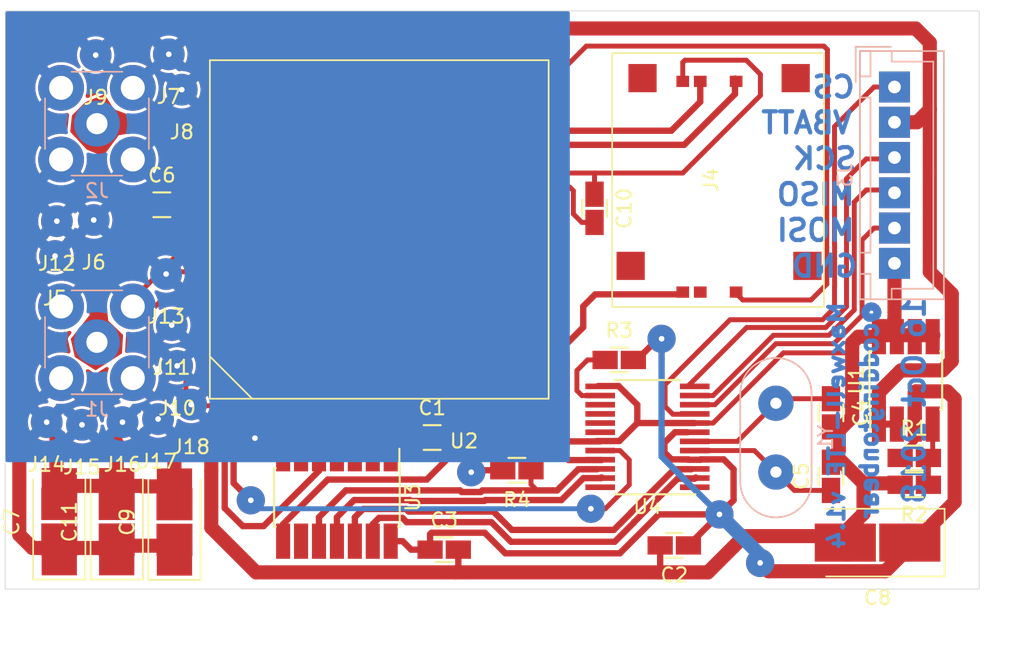
<source format=kicad_pcb>
(kicad_pcb (version 20221018) (generator pcbnew)
  (layers (0 "F.Cu" signal) (31 "B.Cu" signal) (34 "B.Paste" user) (35 "F.Paste" user) (36 "B.SilkS" user "B.Silkscreen") (37 "F.SilkS" user "F.Silkscreen") (38 "B.Mask" user) (39 "F.Mask" user) (44 "Edge.Cuts" user))
  (net 0 "")
  (net 1 "GND")
  (net 2 "+3V3")
  (net 3 "Net-(C4-Pad1)")
  (net 4 "Net-(C5-Pad1)")
  (net 5 "CS")
  (net 6 "+BATT")
  (net 7 "SCK")
  (net 8 "MISO")
  (net 9 "MOSI")
  (net 10 "Net-(J4-Pad7)")
  (net 11 "Net-(J4-Pad3)")
  (net 12 "Net-(J4-Pad2)")
  (net 13 "Net-(R1-Pad2)")
  (net 14 "Net-(R3-Pad1)")
  (net 15 "PWRKEY")
  (net 16 "/LTE_ANT")
  (net 17 "/GPS_ANT")
  (net 18 "/LTE_DI_L")
  (net 19 "/LTE_DO_L")
  (net 20 "/LTE_DTR_L")
  (net 21 "Net-(C10-Pad1)")
  (net 22 "EN_OUTPUT")
  (net 23 "+1V8")
  (net 24 "STATUS")
  (net 25 "/STATUS_H")
  (net 26 "/LTE_DTR_H")
  (net 27 "/LTE_DO_H")
  (net 28 "/LTE_DI_H")
  (footprint "coddingtonbear:0805_Milling" (layer "F.Cu") (at 135.4 97.9 180)
    (fp_text reference "C2")
    (fp_text value "0.1u")
  )
  (footprint "coddingtonbear:0805_Milling" (layer "F.Cu") (at 119.1 98.2)
    (fp_text reference "C3")
    (fp_text value "0.1u")
  )
  (footprint "coddingtonbear:0805_Milling" (layer "F.Cu") (at 146.5 88.5 -90)
    (fp_text reference "C4")
    (fp_text value "22p")
  )
  (footprint "coddingtonbear:0805_Milling" (layer "F.Cu") (at 146.5 93 90)
    (fp_text reference "C5")
    (fp_text value "22p")
  )
  (footprint "coddingtonbear:78800-0001" (layer "F.Cu") (at 139 72 -90)
    (fp_text reference "J4")
    (fp_text value "SIM_Card")
  )
  (footprint "coddingtonbear:0805_Milling" (layer "F.Cu") (at 152.4 91.7)
    (fp_text reference "R1")
    (fp_text value "R1")
  )
  (footprint "coddingtonbear:0805_Milling" (layer "F.Cu") (at 152.4 93.6 180)
    (fp_text reference "R2")
    (fp_text value "R2")
  )
  (footprint "coddingtonbear:0805_Milling" (layer "F.Cu") (at 131.5 84.75)
    (fp_text reference "R3")
    (fp_text value "1k")
  )
  (footprint "coddingtonbear:SOIC-8_3.9x4.9mm_P1.27mm_LargePads" (layer "F.Cu") (at 151.8 86.2 90)
    (fp_text reference "U1")
    (fp_text value "MIC5209-ADJ")
  )
  (footprint "coddingtonbear:SOIC-14_3.9x8.7mm_P1.27mm_LargePads" (layer "F.Cu") (at 111.5 94.5 -90)
    (fp_text reference "U3")
    (fp_text value "TXB0104D")
  )
  (footprint "coddingtonbear:TSSOP-24_4.4x7.8mm_P0.65mm_LargePads" (layer "F.Cu") (at 133.5 90.2 180)
    (fp_text reference "U4")
    (fp_text value "SC16IS750IPW")
  )
  (footprint "coddingtonbear:SIM7000" (layer "F.Cu") (at 114.5 75.5)
    (fp_text reference "U2")
    (fp_text value "SIM7000A")
  )
  (footprint "coddingtonbear:0805_Milling" (layer "F.Cu") (at 99.1 73.75)
    (fp_text reference "C6")
    (fp_text value "0.1u")
  )
  (footprint "coddingtonbear:0805_Milling" (layer "F.Cu") (at 129.75 74 -90)
    (fp_text reference "C10")
    (fp_text value "0.1u")
  )
  (footprint "coddingtonbear:CP_Tantalum_Case-C_EIA-6032-28_Milling" (layer "F.Cu") (at 91.83 96.22 90)
    (fp_text reference "C7")
    (fp_text value "220u / TAJC227K006RNJ")
  )
  (footprint "coddingtonbear:0805_Milling" (layer "F.Cu") (at 118.25 90.25)
    (fp_text reference "C1")
    (fp_text value "0.1u")
  )
  (footprint "coddingtonbear:CP_Tantalum_Case-D_EIA-7343-31_Milling" (layer "F.Cu") (at 149.8 97.7 180)
    (fp_text reference "C8")
    (fp_text value "100u / NTC-T107K10TRDF")
  )
  (footprint "coddingtonbear:0805_Milling" (layer "F.Cu") (at 124.25 92.57 180)
    (fp_text reference "R4")
    (fp_text value "10k")
  )
  (footprint "coddingtonbear:CP_Tantalum_Case-C_EIA-6032-28_Milling" (layer "F.Cu") (at 99.99 96.24 90)
    (fp_text reference "C9")
    (fp_text value "220u / TAJC227K006RNJ")
  )
  (footprint "coddingtonbear:CP_Tantalum_Case-C_EIA-6032-28_Milling" (layer "F.Cu") (at 95.9 96.22 90)
    (fp_text reference "C11")
    (fp_text value "220u / TAJC227K006RNJ")
  )
  (footprint "coddingtonbear:Thermal_Relief_Via_Milling" (layer "F.Cu") (at 91.53 77.38)
    (fp_text reference "J5")
    (fp_text value "Stitching")
  )
  (footprint "coddingtonbear:Thermal_Relief_Via_Milling" (layer "F.Cu") (at 94.27 74.83)
    (fp_text reference "J6")
    (fp_text value "Stitching")
  )
  (footprint "coddingtonbear:Thermal_Relief_Via_Milling" (layer "F.Cu") (at 99.59 63.08)
    (fp_text reference "J7")
    (fp_text value "Stitching")
  )
  (footprint "coddingtonbear:Thermal_Relief_Via_Milling" (layer "F.Cu") (at 100.51 65.59)
    (fp_text reference "J8")
    (fp_text value "Stitching")
  )
  (footprint "coddingtonbear:Thermal_Relief_Via_Milling" (layer "F.Cu") (at 94.41 63.14)
    (fp_text reference "J9")
    (fp_text value "Stitching")
  )
  (footprint "coddingtonbear:Thermal_Relief_Via_Milling" (layer "F.Cu") (at 100.18 85.17)
    (fp_text reference "J10")
    (fp_text value "Stitching")
  )
  (footprint "coddingtonbear:Thermal_Relief_Via_Milling" (layer "F.Cu") (at 99.8 82.28)
    (fp_text reference "J11")
    (fp_text value "Stitching")
  )
  (footprint "coddingtonbear:Thermal_Relief_Via_Milling" (layer "F.Cu") (at 91.66 74.91)
    (fp_text reference "J12")
    (fp_text value "Stitching")
  )
  (footprint "coddingtonbear:Thermal_Relief_Via_Milling" (layer "F.Cu") (at 99.4 78.66)
    (fp_text reference "J13")
    (fp_text value "Stitching")
  )
  (footprint "coddingtonbear:Thermal_Relief_Via_Milling" (layer "F.Cu") (at 90.94 89.16)
    (fp_text reference "J14")
    (fp_text value "Stiching")
  )
  (footprint "coddingtonbear:Thermal_Relief_Via_Milling" (layer "F.Cu") (at 93.44 89.35)
    (fp_text reference "J15")
    (fp_text value "Stitching")
  )
  (footprint "coddingtonbear:Thermal_Relief_Via_Milling" (layer "F.Cu") (at 96.31 89.16)
    (fp_text reference "J16")
    (fp_text value "Stitching")
  )
  (footprint "coddingtonbear:Thermal_Relief_Via_Milling" (layer "F.Cu") (at 98.83 88.94)
    (fp_text reference "J17")
    (fp_text value "Stitching")
  )
  (footprint "coddingtonbear:Thermal_Relief_Via_Milling" (layer "F.Cu") (at 101.17 87.91)
    (fp_text reference "J18")
    (fp_text value "Stitching")
  )
  (footprint "coddingtonbear:SMA_Amphenol_132134_Vertical_Largepads" (layer "B.Cu") (at 94.5 83.5)
    (fp_text reference "J1")
    (fp_text value "LTE")
  )
  (footprint "coddingtonbear:SMA_Amphenol_132134_Vertical_Largepads" (layer "B.Cu") (at 94.5 68)
    (fp_text reference "J2")
    (fp_text value "GPS")
  )
  (footprint "coddingtonbear:JST_XH_B06B-XH-A_06x2.50mm_Straight_LargePads" (layer "B.Cu") (at 151 65.4 -90)
    (fp_text reference "J3")
    (fp_text value "Input")
  )
  (footprint "coddingtonbear:Crystal_HC49-U_Vertical_LargePads" (layer "B.Cu") (at 142.6 92.7 90)
    (fp_text reference "Y1")
    (fp_text value "Crystal")
  )
  (gr_poly (pts (xy 101.25 75.25) (xy 97.6 74.7) (xy 97.8 77.6) (xy 101.25 75.75)) (stroke (width 0.15)) (fill solid) (layer "F.Cu"))
  (gr_poly (pts (xy 95.925 79.1) (xy 97.8 77.6) (xy 97.5 74.75) (xy 95.25 75.75) (xy 94 77.25) (xy 93.25 78.25) (xy 93.5 79.25)) (stroke (width 0.1)) (fill solid) (layer "F.Cu"))
  (gr_poly (pts (xy 92.68125 68.55) (xy 93.81875 69.775) (xy 94.9125 70.225) (xy 96 68.75) (xy 97.5 68.5) (xy 99.25 69.75) (xy 99.7 69.8) (xy 101.2 68.8) (xy 101.2 68.2) (xy 99.7875 67.075) (xy 98.5625 66.984375) (xy 96.9375 67.515625) (xy 95.6625 67.0375) (xy 95 66) (xy 93.7 66.55) (xy 92.8 67.45)) (stroke (width 0.15)) (fill solid) (layer "F.Cu"))
  (gr_poly (pts (xy 93.5 79.25) (xy 94.0625 81.5875) (xy 92.725 83.275) (xy 93 84.5) (xy 94.4 85.4) (xy 96.2 84.25) (xy 96.275 83) (xy 95.225 82) (xy 95.075 80.4) (xy 95.925 79.1)) (stroke (width 0.15)) (fill solid) (layer "F.Cu"))
  (gr_line (start 157 99) (end 157 101) (stroke (width 0.05)) (layer "Edge.Cuts"))
  (gr_line (start 157 101) (end 134 101) (stroke (width 0.05)) (layer "Edge.Cuts"))
  (gr_line (start 134 101) (end 88 101) (stroke (width 0.05)) (layer "Edge.Cuts"))
  (gr_line (start 157 60) (end 88 60) (stroke (width 0.05)) (layer "Edge.Cuts"))
  (gr_line (start 157 99) (end 157 60) (stroke (width 0.05)) (layer "Edge.Cuts"))
  (gr_line (start 88 60) (end 88 99) (stroke (width 0.05)) (layer "Edge.Cuts"))
  (gr_line (start 88 101) (end 88 99) (stroke (width 0.05)) (layer "Edge.Cuts"))
  (gr_text "CS" (at 146.685 65.405) (layer "B.Cu") (effects (font (size 1.5 1.5) (thickness 0.3)) (justify mirror)))
  (gr_text "16 Oct 2018" (at 152.4 87.63 90) (layer "B.Cu") (effects (font (size 1.5 1.5) (thickness 0.3)) (justify mirror)))
  (gr_text "GND" (at 146.05 78.105) (layer "B.Cu") (effects (font (size 1.5 1.5) (thickness 0.3)) (justify mirror)))
  (gr_text "Maxwell-LTE v1.4" (at 146.9 89.4 90) (layer "B.Cu") (effects (font (size 1.1 1.3) (thickness 0.275)) (justify mirror)))
  (gr_text "MOSI" (at 145.415 75.565) (layer "B.Cu") (effects (font (size 1.5 1.5) (thickness 0.3)) (justify mirror)))
  (gr_text "@coddingtonbear" (at 149.225 88.265 90) (layer "B.Cu") (effects (font (size 1.2 1.2) (thickness 0.3)) (justify mirror)))
  (gr_text "VBATT" (at 144.78 67.945) (layer "B.Cu") (effects (font (size 1.5 1.5) (thickness 0.3)) (justify mirror)))
  (gr_text "MISO" (at 145.415 73.025) (layer "B.Cu") (effects (font (size 1.5 1.5) (thickness 0.3)) (justify mirror)))
  (gr_text "SCK" (at 146.05 70.485) (layer "B.Cu") (effects (font (size 1.5 1.5) (thickness 0.3)) (justify mirror)))
  (segment (start 99.25 75.75) (end 98.25 75.75) (width 0.5) (layer "F.Cu") (net 0))
  (segment (start 98.8 78.7) (end 97 80.5) (width 0.35) (layer "F.Cu") (net 1))
  (segment (start 99.8 80.5) (end 101 80.5) (width 0.35) (layer "F.Cu") (net 1))
  (segment (start 100.8 87) (end 100.8 86.3) (width 0.35) (layer "F.Cu") (net 1))
  (segment (start 101 80.5) (end 102.9 80.5) (width 0.35) (layer "F.Cu") (net 1))
  (segment (start 131.504002 90.5) (end 129.9 90.5) (width 0.45) (layer "F.Cu") (net 1))
  (segment (start 136.85 89.225) (end 132.779002 89.225) (width 0.45) (layer "F.Cu") (net 1))
  (segment (start 99.09099 80.5) (end 99.8 80.5) (width 0.35) (layer "F.Cu") (net 1))
  (segment (start 100 78.5) (end 105.5 78.5) (width 0.35) (layer "F.Cu") (net 1))
  (segment (start 148.805002 93.5) (end 148.805002 94.5) (width 1) (layer "F.Cu") (net 1))
  (segment (start 143.125 84.25) (end 148 84.25) (width 0.35) (layer "F.Cu") (net 1))
  (segment (start 132.779002 87.925) (end 131.454002 86.6) (width 0.45) (layer "F.Cu") (net 1))
  (segment (start 128.949999 82.429003) (end 128.949999 80.950001) (width 0.45) (layer "F.Cu") (net 1))
  (segment (start 107.69 91.4) (end 106.587955 91.4) (width 0.45) (layer "F.Cu") (net 1))
  (segment (start 121.153331 92.57) (end 121.01332 92.710011) (width 0.45) (layer "F.Cu") (net 1))
  (segment (start 140.350002 97.239998) (end 137.779987 99.810013) (width 1) (layer "F.Cu") (net 1))
  (segment (start 106.587955 91.4) (end 106.586071 91.398116) (width 0.45) (layer "F.Cu") (net 1))
  (segment (start 126.5 83.5) (end 127.879002 83.5) (width 0.45) (layer "F.Cu") (net 1))
  (segment (start 146.38 97.7) (end 145.919998 97.239998) (width 1) (layer "F.Cu") (net 1))
  (segment (start 130.15 90.525) (end 127.825 90.525) (width 0.45) (layer "F.Cu") (net 1))
  (segment (start 148.805002 94.5) (end 148.805002 95.644998) (width 1) (layer "F.Cu") (net 1))
  (segment (start 148.805002 95.644998) (end 146.81 97.64) (width 1) (layer "F.Cu") (net 1))
  (segment (start 148 84.25) (end 148 88.805002) (width 1) (layer "F.Cu") (net 1))
  (segment (start 97.04 80.96) (end 98.63099 80.96) (width 0.35) (layer "F.Cu") (net 1))
  (segment (start 101 69.5) (end 99.5 71) (width 0.35) (layer "F.Cu") (net 1))
  (segment (start 102.5 76.5) (end 101 76.5) (width 0.35) (layer "F.Cu") (net 1))
  (segment (start 95.9 91.42) (end 95.88 91.4) (width 1) (layer "F.Cu") (net 1))
  (segment (start 128.949999 80.950001) (end 129.8 80.1) (width 0.45) (layer "F.Cu") (net 1))
  (segment (start 149.895 83.1) (end 148.437452 83.1) (width 1) (layer "F.Cu") (net 1))
  (segment (start 127.879002 83.5) (end 128.949999 82.429003) (width 0.45) (layer "F.Cu") (net 1))
  (segment (start 106.687955 91.5) (end 106.586071 91.398116) (width 0.35) (layer "F.Cu") (net 1))
  (segment (start 148 88.805002) (end 147.055002 89.75) (width 1) (layer "F.Cu") (net 1))
  (segment (start 137.779987 99.810013) (end 134.3 99.810013) (width 1) (layer "F.Cu") (net 1))
  (segment (start 102.5 79.5) (end 106 79.5) (width 0.35) (layer "F.Cu") (net 1))
  (segment (start 105.5 77.5) (end 102.5 77.5) (width 0.35) (layer "F.Cu") (net 1))
  (segment (start 99.5 78) (end 100 78.5) (width 0.35) (layer "F.Cu") (net 1))
  (segment (start 102.5 77.5) (end 100 77.5) (width 0.35) (layer "F.Cu") (net 1))
  (segment (start 97.74 93.715) (end 97.705 93.68) (width 1) (layer "F.Cu") (net 1))
  (segment (start 119.9 99.810013) (end 105.770013 99.810013) (width 1) (layer "F.Cu") (net 1))
  (segment (start 151 82) (end 150 83) (width 1) (layer "F.Cu") (net 1))
  (segment (start 99.99 93.715) (end 97.74 93.715) (width 1) (layer "F.Cu") (net 1))
  (segment (start 97.705 93.68) (end 96.01 93.68) (width 1) (layer "F.Cu") (net 1))
  (segment (start 95.9 93.695) (end 95.9 91.42) (width 1) (layer "F.Cu") (net 1))
  (segment (start 120.1 98.2) (end 120.1 99.610013) (width 0.45) (layer "F.Cu") (net 1))
  (segment (start 145.919998 97.239998) (end 140.350002 97.239998) (width 1) (layer "F.Cu") (net 1))
  (segment (start 105.770013 99.810013) (end 102.6 96.64) (width 1) (layer "F.Cu") (net 1))
  (segment (start 128 72.5) (end 128.25 72.75) (width 0.35) (layer "F.Cu") (net 1))
  (segment (start 138.15 89.225) (end 143.125 84.25) (width 0.35) (layer "F.Cu") (net 1))
  (segment (start 99.99 93.715) (end 99.99 91.44) (width 1) (layer "F.Cu") (net 1))
  (segment (start 148.437452 83.1) (end 148 83.537452) (width 1) (layer "F.Cu") (net 1))
  (segment (start 102.6 96.64) (end 102.6 92.6) (width 1) (layer "F.Cu") (net 1))
  (segment (start 99.99 91.44) (end 99.97 91.42) (width 1) (layer "F.Cu") (net 1))
  (segment (start 96.01 93.68) (end 91.57 93.68) (width 1) (layer "F.Cu") (net 1))
  (segment (start 147.055002 89.75) (end 147.055002 91.194998) (width 1) (layer "F.Cu") (net 1))
  (segment (start 151 80) (end 151 82) (width 1) (layer "F.Cu") (net 1))
  (segment (start 134.4 97.9) (end 134.4 99.710013) (width 0.45) (layer "F.Cu") (net 1))
  (segment (start 100.1 73.5) (end 102.5 73.5) (width 0.35) (layer "F.Cu") (net 1))
  (segment (start 101.799999 87.999999) (end 102.700001 87.999999) (width 0.35) (layer "F.Cu") (net 1))
  (segment (start 126.5 72.5) (end 128 72.5) (width 0.35) (layer "F.Cu") (net 1))
  (segment (start 106.586071 91.398116) (end 106.675226 91.308961) (width 0.45) (layer "F.Cu") (net 1))
  (segment (start 101 76.5) (end 98.8 78.7) (width 0.35) (layer "F.Cu") (net 1))
  (segment (start 151.165 77.865) (end 151 77.7) (width 0.35) (layer "F.Cu") (net 1))
  (segment (start 134.4 99.710013) (end 134.3 99.810013) (width 0.45) (layer "F.Cu") (net 1))
  (segment (start 102.6 92.6) (end 102.6 91.01) (width 1) (layer "F.Cu") (net 1))
  (segment (start 102.5 79.5) (end 100 79.5) (width 0.35) (layer "F.Cu") (net 1))
  (segment (start 107.6 91.5) (end 106.687955 91.5) (width 0.35) (layer "F.Cu") (net 1))
  (segment (start 91.96 86.06) (end 92 86.1) (width 0.35) (layer "F.Cu") (net 1))
  (segment (start 100.8 87) (end 101.799999 87.999999) (width 0.35) (layer "F.Cu") (net 1))
  (segment (start 100 77.5) (end 99.5 78) (width 0.35) (layer "F.Cu") (net 1))
  (segment (start 91.63 93.48) (end 91.63 90.27) (width 1) (layer "F.Cu") (net 1))
  (segment (start 91.57 93.68) (end 91.5 93.61) (width 1) (layer "F.Cu") (net 1))
  (segment (start 95.88 91.4) (end 95.88 90.61) (width 1) (layer "F.Cu") (net 1))
  (segment (start 132.779002 89.225) (end 132.779002 87.925) (width 0.45) (layer "F.Cu") (net 1))
  (segment (start 106.675226 91.276681) (end 105.692321 90.293776) (width 0.45) (layer "F.Cu") (net 1))
  (segment (start 146.5 91.75) (end 147.055002 91.75) (width 1) (layer "F.Cu") (net 1))
  (segment (start 148.53 97.7) (end 146.38 97.7) (width 1) (layer "F.Cu") (net 1))
  (segment (start 136.35 89.225) (end 137.15 89.225) (width 0.35) (layer "F.Cu") (net 1))
  (segment (start 98.63099 80.96) (end 99.09099 80.5) (width 0.35) (layer "F.Cu") (net 1))
  (segment (start 127.5 90.25) (end 127.75 90.5) (width 0.35) (layer "F.Cu") (net 1))
  (segment (start 120.1 99.610013) (end 119.9 99.810013) (width 0.45) (layer "F.Cu") (net 1))
  (segment (start 128.85 75) (end 129.75 75) (width 0.35) (layer "F.Cu") (net 1))
  (segment (start 99.97 91.42) (end 99.97 90.58) (width 1) (layer "F.Cu") (net 1))
  (segment (start 102.5 73.5) (end 102.6 73.5) (width 0.35) (layer "F.Cu") (net 1))
  (segment (start 146.625 97.7) (end 148.38 97.7) (width 1) (layer "F.Cu") (net 1))
  (segment (start 147.055002 91.75) (end 148.805002 93.5) (width 1) (layer "F.Cu") (net 1))
  (segment (start 102.6 91.01) (end 102.06 90.47) (width 1) (layer "F.Cu") (net 1))
  (segment (start 148.38 97.7) (end 148.4 97.72) (width 1) (layer "F.Cu") (net 1))
  (segment (start 132.779002 89.225) (end 131.504002 90.5) (width 0.45) (layer "F.Cu") (net 1))
  (segment (start 97 80.5) (end 97 81.1) (width 0.35) (layer "F.Cu") (net 1))
  (segment (start 150 83) (end 153.75 83) (width 1) (layer "F.Cu") (net 1))
  (segment (start 119.25 90.25) (end 127.5 90.25) (width 0.35) (layer "F.Cu") (net 1))
  (segment (start 102.700001 87.999999) (end 102.8 87.9) (width 0.35) (layer "F.Cu") (net 1))
  (segment (start 128.25 74.4) (end 128.85 75) (width 0.35) (layer "F.Cu") (net 1))
  (segment (start 127.825 90.525) (end 127.8 90.5) (width 0.45) (layer "F.Cu") (net 1))
  (segment (start 105.3 90.7) (end 105.692321 90.307679) (width 0.35) (layer "F.Cu") (net 1))
  (segment (start 151 77.9) (end 151 80) (width 1) (layer "F.Cu") (net 1))
  (segment (start 134.3 99.810013) (end 119.9 99.810013) (width 1) (layer "F.Cu") (net 1))
  (segment (start 102.5 69.5) (end 101 69.5) (width 0.35) (layer "F.Cu") (net 1))
  (segment (start 136.85 89.225) (end 138.15 89.225) (width 0.35) (layer "F.Cu") (net 1))
  (segment (start 105.692321 90.307679) (end 105.692321 90.293776) (width 0.35) (layer "F.Cu") (net 1))
  (segment (start 129.8 80.1) (end 136.1 80.1) (width 0.45) (layer "F.Cu") (net 1))
  (segment (start 105.5 78.5) (end 105.5 77.5) (width 0.35) (layer "F.Cu") (net 1))
  (segment (start 91.5 93.61) (end 91.63 93.48) (width 1) (layer "F.Cu") (net 1))
  (segment (start 123.25 92.57) (end 121.153331 92.57) (width 0.45) (layer "F.Cu") (net 1))
  (segment (start 148.805002 93.5) (end 151.5 93.5) (width 1) (layer "F.Cu") (net 1))
  (segment (start 131.454002 86.6) (end 130 86.6) (width 0.45) (layer "F.Cu") (net 1))
  (segment (start 148 83.537452) (end 148 84.25) (width 1) (layer "F.Cu") (net 1))
  (segment (start 106.675226 91.308961) (end 106.675226 91.276681) (width 0.45) (layer "F.Cu") (net 1))
  (segment (start 128.25 72.75) (end 128.25 74.4) (width 0.35) (layer "F.Cu") (net 1))
  (segment (start 147.055002 91.194998) (end 146.5 91.75) (width 1) (layer "F.Cu") (net 1))
  (via (at 121.01332 92.710011) (size 2) (drill 0.4) (layers "F.Cu" "B.Cu") (net 1))
  (via (at 105.692321 90.293776) (size 2) (drill 0.4) (layers "F.Cu" "B.Cu") (net 1))
  (segment (start 121.01332 91.295798) (end 121.01332 92.710011) (width 0.45) (layer "B.Cu") (net 1))
  (segment (start 105.3 90.7) (end 103.399999 90.699999) (width 0.35) (layer "B.Cu") (net 1))
  (segment (start 102.8 89.314213) (end 102.8 87.9) (width 0.35) (layer "B.Cu") (net 1))
  (segment (start 102.8 90.1) (end 102.8 89.314213) (width 0.35) (layer "B.Cu") (net 1))
  (segment (start 120.97 90.72) (end 121.01332 90.76332) (width 0.45) (layer "B.Cu") (net 1))
  (segment (start 103.399999 90.699999) (end 102.8 90.1) (width 0.35) (layer "B.Cu") (net 1))
  (segment (start 121.01332 90.76332) (end 121.01332 91.295798) (width 0.45) (layer "B.Cu") (net 1))
  (segment (start 116.755 98.2) (end 116.155 97.6) (width 0.45) (layer "F.Cu") (net 2))
  (segment (start 118.1 98.2) (end 116.755 98.2) (width 0.45) (layer "F.Cu") (net 2))
  (segment (start 136.4 97.9) (end 138.6 95.7) (width 0.45) (layer "F.Cu") (net 2))
  (segment (start 123.43 98.46) (end 131.54 98.46) (width 0.45) (layer "F.Cu") (net 2))
  (segment (start 135.2 91.8) (end 136.4 91.8) (width 0.45) (layer "F.Cu") (net 2))
  (segment (start 134.7 91.3) (end 135.2 91.8) (width 0.45) (layer "F.Cu") (net 2))
  (segment (start 155.26 87.51) (end 155.26 94.82) (width 1) (layer "F.Cu") (net 2))
  (segment (start 121.97 97) (end 123.43 98.46) (width 0.45) (layer "F.Cu") (net 2))
  (segment (start 142.070001 99.730001) (end 141.48 99.14) (width 1) (layer "F.Cu") (net 2))
  (segment (start 153.3 97.62) (end 153.3 97.61) (width 1) (layer "F.Cu") (net 2))
  (segment (start 137.275 91.8) (end 137.25 91.825) (width 0.45) (layer "F.Cu") (net 2))
  (segment (start 134.3 95.7) (end 138.6 95.7) (width 0.45) (layer "F.Cu") (net 2))
  (segment (start 152.435 90.509002) (end 151.244002 91.7) (width 0.45) (layer "F.Cu") (net 2))
  (segment (start 134.7 90.625) (end 134.7 91.3) (width 0.45) (layer "F.Cu") (net 2))
  (segment (start 139.599999 92.499999) (end 138.9 91.8) (width 0.45) (layer "F.Cu") (net 2))
  (segment (start 153.22 97.7) (end 153.3 97.62) (width 1) (layer "F.Cu") (net 2))
  (segment (start 152.435 89.3) (end 152.435 90.509002) (width 0.45) (layer "F.Cu") (net 2))
  (segment (start 152.23 97.85) (end 150.349999 99.730001) (width 1) (layer "F.Cu") (net 2))
  (segment (start 131.54 98.46) (end 134.3 95.7) (width 0.45) (layer "F.Cu") (net 2))
  (segment (start 118.1 98.2) (end 118.1 97.1) (width 0.45) (layer "F.Cu") (net 2))
  (segment (start 116.155 97.6) (end 115.4 97.6) (width 0.45) (layer "F.Cu") (net 2))
  (segment (start 154.73 86.98) (end 155.26 87.51) (width 1) (layer "F.Cu") (net 2))
  (segment (start 152.435 89.3) (end 152.435 87.05) (width 1) (layer "F.Cu") (net 2))
  (segment (start 137.25 91.825) (end 136.35 91.825) (width 0.45) (layer "F.Cu") (net 2))
  (segment (start 152.435 87.05) (end 152.505 86.98) (width 1) (layer "F.Cu") (net 2))
  (segment (start 151.07 97.7) (end 153.22 97.7) (width 1) (layer "F.Cu") (net 2))
  (segment (start 118.2 97) (end 121.97 97) (width 0.45) (layer "F.Cu") (net 2))
  (segment (start 138 95.7) (end 138.6 95.7) (width 0.45) (layer "F.Cu") (net 2))
  (segment (start 136.35 89.875) (end 135.45 89.875) (width 0.45) (layer "F.Cu") (net 2))
  (segment (start 135.45 89.875) (end 134.7 90.625) (width 0.45) (layer "F.Cu") (net 2))
  (segment (start 132.745 84.75) (end 134.245 83.25) (width 0.45) (layer "F.Cu") (net 2))
  (segment (start 138.9 91.8) (end 137.275 91.8) (width 0.45) (layer "F.Cu") (net 2))
  (segment (start 152.505 86.98) (end 154.73 86.98) (width 1) (layer "F.Cu") (net 2))
  (segment (start 139.599999 94.700001) (end 139.599999 92.499999) (width 0.45) (layer "F.Cu") (net 2))
  (segment (start 132.5 84.75) (end 132.745 84.75) (width 0.45) (layer "F.Cu") (net 2))
  (segment (start 151.244002 91.7) (end 151.2 91.7) (width 0.45) (layer "F.Cu") (net 2))
  (segment (start 155.26 94.82) (end 152.23 97.85) (width 1) (layer "F.Cu") (net 2))
  (segment (start 138.6 95.7) (end 139.599999 94.700001) (width 0.45) (layer "F.Cu") (net 2))
  (segment (start 134.245 83.25) (end 134.500004 83.25) (width 0.45) (layer "F.Cu") (net 2))
  (segment (start 150.349999 99.730001) (end 142.070001 99.730001) (width 1) (layer "F.Cu") (net 2))
  (segment (start 118.1 97.1) (end 118.2 97) (width 0.45) (layer "F.Cu") (net 2))
  (via (at 138.6 95.7) (size 2) (drill 0.4) (layers "F.Cu" "B.Cu") (net 2))
  (via (at 141.48 99.14) (size 2) (drill 0.4) (layers "F.Cu" "B.Cu") (net 2))
  (via (at 134.500004 83.25) (size 2) (drill 0.4) (layers "F.Cu" "B.Cu") (net 2))
  (segment (start 134.500004 84.664213) (end 134.500004 83.25) (width 0.45) (layer "B.Cu") (net 2))
  (segment (start 138.6 95.7) (end 134.500004 91.600004) (width 0.45) (layer "B.Cu") (net 2))
  (segment (start 141.48 99.14) (end 141.48 98.58) (width 1) (layer "B.Cu") (net 2))
  (segment (start 141.48 98.58) (end 138.6 95.7) (width 1) (layer "B.Cu") (net 2))
  (segment (start 134.500004 91.600004) (end 134.500004 84.664213) (width 0.45) (layer "B.Cu") (net 2))
  (segment (start 142.5 87.9) (end 142.6 87.8) (width 0.35) (layer "F.Cu") (net 3))
  (segment (start 143.1 87.5) (end 142.7 87.9) (width 0.35) (layer "F.Cu") (net 3))
  (segment (start 136.35 90.525) (end 139.875 90.525) (width 0.35) (layer "F.Cu") (net 3))
  (segment (start 139.875 90.525) (end 142.5 87.9) (width 0.35) (layer "F.Cu") (net 3))
  (segment (start 146.5 87.5) (end 143.1 87.5) (width 0.35) (layer "F.Cu") (net 3))
  (segment (start 142.6 87.8) (end 142.5 87.8) (width 0.35) (layer "F.Cu") (net 3))
  (segment (start 143.9 94) (end 142.6 92.7) (width 0.35) (layer "F.Cu") (net 4))
  (segment (start 146.5 94) (end 143.9 94) (width 0.35) (layer "F.Cu") (net 4))
  (segment (start 141.075 91.175) (end 142.6 92.7) (width 0.35) (layer "F.Cu") (net 4))
  (segment (start 136.35 91.175) (end 141.075 91.175) (width 0.35) (layer "F.Cu") (net 4))
  (segment (start 134.75 86.5) (end 134.75 88.05) (width 0.35) (layer "F.Cu") (net 5))
  (segment (start 149.55 65.4) (end 146.75 68.2) (width 0.35) (layer "F.Cu") (net 5))
  (segment (start 146.75 76.547165) (end 146.755012 76.552177) (width 0.35) (layer "F.Cu") (net 5))
  (segment (start 146.755012 79.607823) (end 146.75 79.612835) (width 0.35) (layer "F.Cu") (net 5))
  (segment (start 146.75 68.2) (end 146.75 76.547165) (width 0.35) (layer "F.Cu") (net 5))
  (segment (start 145.9 81.9) (end 139.35 81.9) (width 0.35) (layer "F.Cu") (net 5))
  (segment (start 151 65.4) (end 149.55 65.4) (width 0.35) (layer "F.Cu") (net 5))
  (segment (start 135.3 88.6) (end 136.3 88.6) (width 0.35) (layer "F.Cu") (net 5))
  (segment (start 139.35 81.9) (end 134.75 86.5) (width 0.35) (layer "F.Cu") (net 5))
  (segment (start 134.75 88.05) (end 135.3 88.6) (width 0.35) (layer "F.Cu") (net 5))
  (segment (start 146.755012 76.552177) (end 146.755012 79.607823) (width 0.35) (layer "F.Cu") (net 5))
  (segment (start 146.75 81.05) (end 145.9 81.9) (width 0.35) (layer "F.Cu") (net 5))
  (segment (start 146.75 79.612835) (end 146.75 81.05) (width 0.35) (layer "F.Cu") (net 5))
  (segment (start 153.5 67) (end 152.6 67.9) (width 1) (layer "F.Cu") (net 6))
  (segment (start 92.14 98.08) (end 95.86 98.08) (width 1) (layer "F.Cu") (net 6))
  (segment (start 102.5 71.5) (end 100.25 71.5) (width 1) (layer "F.Cu") (net 6))
  (segment (start 102.5 72.5) (end 102.5 71.6) (width 0.45) (layer "F.Cu") (net 6))
  (segment (start 150.915 89.32) (end 151.31 89.32) (width 0.5) (layer "F.Cu") (net 6))
  (segment (start 149.895 87.05) (end 151.455 85.49) (width 1) (layer "F.Cu") (net 6))
  (segment (start 150.895 89.3) (end 150.915 89.32) (width 0.5) (layer "F.Cu") (net 6))
  (segment (start 98 73.5) (end 96.558998 73.5) (width 1) (layer "F.Cu") (net 6))
  (segment (start 98.021002 73) (end 98.021002 73.478998) (width 1) (layer "F.Cu") (net 6))
  (segment (start 90.25 73) (end 90 73) (width 1) (layer "F.Cu") (net 6))
  (segment (start 149.895 89.3) (end 149.895 87.05) (width 1) (layer "F.Cu") (net 6))
  (segment (start 152.6 67.9) (end 150.8 67.9) (width 0.45) (layer "F.Cu") (net 6))
  (segment (start 100.25 71.5) (end 99.350001 72.399999) (width 1) (layer "F.Cu") (net 6))
  (segment (start 95.97 97.97) (end 96.02 97.92) (width 1) (layer "F.Cu") (net 6))
  (segment (start 152.5 61.25) (end 153.5 62.25) (width 1) (layer "F.Cu") (net 6))
  (segment (start 96.02 97.92) (end 100.03 97.92) (width 1) (layer "F.Cu") (net 6))
  (segment (start 154.4 85.49) (end 155.06 84.83) (width 1) (layer "F.Cu") (net 6))
  (segment (start 102.5 70.5) (end 102.5 71.5) (width 0.45) (layer "F.Cu") (net 6))
  (segment (start 155.06 80.07) (end 153.5 78.51) (width 1) (layer "F.Cu") (net 6))
  (segment (start 89 74) (end 89 97.15) (width 1) (layer "F.Cu") (net 6))
  (segment (start 153.5 78.51) (end 153.5 67) (width 1) (layer "F.Cu") (net 6))
  (segment (start 89 97.15) (end 89.93 98.08) (width 1) (layer "F.Cu") (net 6))
  (segment (start 153.5 62.25) (end 153.5 67) (width 1) (layer "F.Cu") (net 6))
  (segment (start 99.350001 72.399999) (end 98.621003 72.399999) (width 1) (layer "F.Cu") (net 6))
  (segment (start 98.621003 72.399999) (end 98.021002 73) (width 1) (layer "F.Cu") (net 6))
  (segment (start 151 67.9) (end 152.6 67.9) (width 1) (layer "F.Cu") (net 6))
  (segment (start 155.06 84.83) (end 155.06 80.07) (width 1) (layer "F.Cu") (net 6))
  (segment (start 96.058998 73) (end 90.25 73) (width 1) (layer "F.Cu") (net 6))
  (segment (start 88.75 71.5) (end 88.75 63) (width 1) (layer "F.Cu") (net 6))
  (segment (start 149.895 89.3) (end 150.895 89.3) (width 0.5) (layer "F.Cu") (net 6))
  (segment (start 90.5 61.25) (end 152.5 61.25) (width 1) (layer "F.Cu") (net 6))
  (segment (start 96.558998 73.5) (end 96.058998 73) (width 1) (layer "F.Cu") (net 6))
  (segment (start 90.25 73) (end 88.75 71.5) (width 1) (layer "F.Cu") (net 6))
  (segment (start 90 73) (end 89 74) (width 1) (layer "F.Cu") (net 6))
  (segment (start 151.455 85.49) (end 154.4 85.49) (width 1) (layer "F.Cu") (net 6))
  (segment (start 88.75 63) (end 90.5 61.25) (width 1) (layer "F.Cu") (net 6))
  (segment (start 95.86 98.08) (end 95.97 97.97) (width 1) (layer "F.Cu") (net 6))
  (segment (start 98.021002 73.478998) (end 98 73.5) (width 1) (layer "F.Cu") (net 6))
  (segment (start 89.93 98.08) (end 92.14 98.08) (width 1) (layer "F.Cu") (net 6))
  (segment (start 149 70.5) (end 151.1 70.5) (width 0.35) (layer "F.Cu") (net 7))
  (segment (start 147.600022 80.977811) (end 147.600022 71.899978) (width 0.35) (layer "F.Cu") (net 7))
  (segment (start 147.600022 71.899978) (end 149 70.5) (width 0.35) (layer "F.Cu") (net 7))
  (segment (start 136.35 86.625) (end 140.524989 82.450011) (width 0.35) (layer "F.Cu") (net 7))
  (segment (start 140.524989 82.450011) (end 146.127822 82.450011) (width 0.35) (layer "F.Cu") (net 7))
  (segment (start 146.127822 82.450011) (end 147.600022 80.977811) (width 0.35) (layer "F.Cu") (net 7))
  (segment (start 138.15 87.275) (end 142.424978 83.000022) (width 0.35) (layer "F.Cu") (net 8))
  (segment (start 148.150033 81.205633) (end 148.150033 73.549967) (width 0.35) (layer "F.Cu") (net 8))
  (segment (start 146.355644 83.000022) (end 148.150033 81.205633) (width 0.35) (layer "F.Cu") (net 8))
  (segment (start 149 72.7) (end 151.1 72.7) (width 0.35) (layer "F.Cu") (net 8))
  (segment (start 148.150033 73.549967) (end 149 72.7) (width 0.35) (layer "F.Cu") (net 8))
  (segment (start 142.424978 83.000022) (end 146.355644 83.000022) (width 0.35) (layer "F.Cu") (net 8))
  (segment (start 136.35 87.275) (end 137.15 87.275) (width 0.35) (layer "F.Cu") (net 8))
  (segment (start 136.85 87.275) (end 138.15 87.275) (width 0.35) (layer "F.Cu") (net 8))
  (segment (start 136.35 87.925) (end 137.175 87.925) (width 0.35) (layer "F.Cu") (net 9))
  (segment (start 148.700044 76.249956) (end 149.55 75.4) (width 0.35) (layer "F.Cu") (net 9))
  (segment (start 142.602833 83.6) (end 146.7 83.6) (width 0.35) (layer "F.Cu") (net 9))
  (segment (start 138.277833 87.925) (end 142.602833 83.6) (width 0.35) (layer "F.Cu") (net 9))
  (segment (start 148.700044 81.599956) (end 148.700044 76.249956) (width 0.35) (layer "F.Cu") (net 9))
  (segment (start 146.7 83.6) (end 148.700044 81.599956) (width 0.35) (layer "F.Cu") (net 9))
  (segment (start 136.85 87.925) (end 138.277833 87.925) (width 0.35) (layer "F.Cu") (net 9))
  (segment (start 149.55 75.4) (end 151 75.4) (width 0.35) (layer "F.Cu") (net 9))
  (segment (start 124.4 70) (end 124.4 67.266741) (width 0.35) (layer "F.Cu") (net 10))
  (segment (start 146.199989 76.774987) (end 146.205001 76.779999) (width 0.35) (layer "F.Cu") (net 10))
  (segment (start 145.085002 80.5) (end 140.25 80.5) (width 0.35) (layer "F.Cu") (net 10))
  (segment (start 124.4 67.266741) (end 129.166741 62.5) (width 0.35) (layer "F.Cu") (net 10))
  (segment (start 146.25 67.922167) (end 146.199989 67.972178) (width 0.35) (layer "F.Cu") (net 10))
  (segment (start 146.25 62.75) (end 146.25 67.922167) (width 0.35) (layer "F.Cu") (net 10))
  (segment (start 146 62.5) (end 146.25 62.75) (width 0.35) (layer "F.Cu") (net 10))
  (segment (start 126.5 70.5) (end 124.9 70.5) (width 0.35) (layer "F.Cu") (net 10))
  (segment (start 124.9 70.5) (end 124.4 70) (width 0.35) (layer "F.Cu") (net 10))
  (segment (start 146.199989 67.972178) (end 146.199989 76.774987) (width 0.35) (layer "F.Cu") (net 10))
  (segment (start 140.25 80.5) (end 139.75 80) (width 0.35) (layer "F.Cu") (net 10))
  (segment (start 129.166741 62.5) (end 146 62.5) (width 0.35) (layer "F.Cu") (net 10))
  (segment (start 146.205001 79.380001) (end 145.085002 80.5) (width 0.35) (layer "F.Cu") (net 10))
  (segment (start 146.205001 76.779999) (end 146.205001 79.380001) (width 0.35) (layer "F.Cu") (net 10))
  (segment (start 126.5 69.5) (end 136.1 69.5) (width 0.45) (layer "F.Cu") (net 11))
  (segment (start 139.7 65.9) (end 139.7 64.8) (width 0.45) (layer "F.Cu") (net 11))
  (segment (start 136.1 69.5) (end 139.7 65.9) (width 0.45) (layer "F.Cu") (net 11))
  (segment (start 137.24 66.45) (end 135.19 68.5) (width 0.45) (layer "F.Cu") (net 12))
  (segment (start 137.24 65) (end 137.24 65.75) (width 0.35) (layer "F.Cu") (net 12))
  (segment (start 135.19 68.5) (end 126.3 68.5) (width 0.45) (layer "F.Cu") (net 12))
  (segment (start 137.24 65) (end 137.24 66.45) (width 0.45) (layer "F.Cu") (net 12))
  (segment (start 153.4 91.7) (end 153.4 93.6) (width 0.35) (layer "F.Cu") (net 13))
  (segment (start 153.705 91.395) (end 153.4 91.7) (width 0.35) (layer "F.Cu") (net 13))
  (segment (start 153.705 88.9) (end 153.705 91.395) (width 0.35) (layer "F.Cu") (net 13))
  (segment (start 128.5 86.925) (end 128.5 85.5) (width 0.35) (layer "F.Cu") (net 14))
  (segment (start 128.5 85.5) (end 129.25 84.75) (width 0.35) (layer "F.Cu") (net 14))
  (segment (start 128.85 87.275) (end 128.5 86.925) (width 0.35) (layer "F.Cu") (net 14))
  (segment (start 129.25 84.75) (end 130.75 84.75) (width 0.35) (layer "F.Cu") (net 14))
  (segment (start 130.15 87.275) (end 128.85 87.275) (width 0.35) (layer "F.Cu") (net 14))
  (segment (start 132.21 91.835) (end 132.21 93.604002) (width 0.35) (layer "F.Cu") (net 15))
  (segment (start 105.65 87.5) (end 106.5 87.5) (width 0.45) (layer "F.Cu") (net 15))
  (segment (start 105.4 94.7) (end 104.180011 93.480011) (width 0.45) (layer "F.Cu") (net 15))
  (segment (start 104.180011 93.480011) (end 104.180011 88.969989) (width 0.45) (layer "F.Cu") (net 15))
  (segment (start 130.15 91.175) (end 131.55 91.175) (width 0.35) (layer "F.Cu") (net 15))
  (segment (start 132.21 93.604002) (end 130.514002 95.3) (width 0.35) (layer "F.Cu") (net 15))
  (segment (start 106.5 87.461004) (end 106.5 87.2) (width 0.35) (layer "F.Cu") (net 15))
  (segment (start 104.180011 88.969989) (end 105.65 87.5) (width 0.45) (layer "F.Cu") (net 15))
  (segment (start 130.514002 95.3) (end 129.49 95.3) (width 0.35) (layer "F.Cu") (net 15))
  (segment (start 131.55 91.175) (end 132.21 91.835) (width 0.35) (layer "F.Cu") (net 15))
  (via (at 129.49 95.3) (size 2) (drill 0.4) (layers "F.Cu" "B.Cu") (net 15))
  (via (at 105.4 94.7) (size 2) (drill 0.4) (layers "F.Cu" "B.Cu") (net 15))
  (segment (start 129.49 95.3) (end 106 95.3) (width 0.35) (layer "B.Cu") (net 15))
  (segment (start 106 95.3) (end 105.4 94.7) (width 0.35) (layer "B.Cu") (net 15))
  (segment (start 114.04 91.4) (end 114.04 90.339002) (width 0.45) (layer "F.Cu") (net 18))
  (segment (start 115.5 88.879002) (end 115.5 87.25) (width 0.45) (layer "F.Cu") (net 18))
  (segment (start 114.04 90.339002) (end 115.5 88.879002) (width 0.45) (layer "F.Cu") (net 18))
  (segment (start 114.5 88.879002) (end 114.5 87) (width 0.45) (layer "F.Cu") (net 19))
  (segment (start 113.314999 89.155001) (end 114.224001 89.155001) (width 0.45) (layer "F.Cu") (net 19))
  (segment (start 112.77 91.4) (end 112.77 89.7) (width 0.45) (layer "F.Cu") (net 19))
  (segment (start 112.77 89.7) (end 113.314999 89.155001) (width 0.45) (layer "F.Cu") (net 19))
  (segment (start 114.224001 89.155001) (end 114.5 88.879002) (width 0.45) (layer "F.Cu") (net 19))
  (segment (start 111.5 90.190998) (end 111.5 91.5) (width 0.45) (layer "F.Cu") (net 20))
  (segment (start 108.5 89.2) (end 108.8 89.5) (width 0.45) (layer "F.Cu") (net 20))
  (segment (start 108.8 89.5) (end 110.809002 89.5) (width 0.45) (layer "F.Cu") (net 20))
  (segment (start 110.809002 89.5) (end 111.5 90.190998) (width 0.45) (layer "F.Cu") (net 20))
  (segment (start 108.5 87.5) (end 108.5 89.2) (width 0.45) (layer "F.Cu") (net 20))
  (segment (start 136.15 63.5) (end 140.5 63.5) (width 0.35) (layer "F.Cu") (net 21))
  (segment (start 136 71.5) (end 129.75 71.5) (width 0.35) (layer "F.Cu") (net 21))
  (segment (start 140.5 63.5) (end 141.5 64.5) (width 0.35) (layer "F.Cu") (net 21))
  (segment (start 129.75 73) (end 129.75 71.855) (width 0.35) (layer "F.Cu") (net 21))
  (segment (start 129.75 71.855) (end 129.75 71.5) (width 0.35) (layer "F.Cu") (net 21))
  (segment (start 141.5 64.5) (end 141.5 66) (width 0.35) (layer "F.Cu") (net 21))
  (segment (start 129.75 71.5) (end 126.5 71.5) (width 0.35) (layer "F.Cu") (net 21))
  (segment (start 136 65) (end 136 63.65) (width 0.35) (layer "F.Cu") (net 21))
  (segment (start 136 63.65) (end 136.15 63.5) (width 0.35) (layer "F.Cu") (net 21))
  (segment (start 141.5 66) (end 136 71.5) (width 0.35) (layer "F.Cu") (net 21))
  (segment (start 127.365001 91.305001) (end 127.91 91.85) (width 0.45) (layer "F.Cu") (net 22))
  (segment (start 117.86 93.23) (end 119.784999 91.305001) (width 0.45) (layer "F.Cu") (net 22))
  (segment (start 107.69 97.6) (end 107.69 96.390998) (width 0.45) (layer "F.Cu") (net 22))
  (segment (start 110.850998 93.23) (end 117.86 93.23) (width 0.45) (layer "F.Cu") (net 22))
  (segment (start 107.69 96.390998) (end 110.850998 93.23) (width 0.45) (layer "F.Cu") (net 22))
  (segment (start 119.784999 91.305001) (end 127.365001 91.305001) (width 0.45) (layer "F.Cu") (net 22))
  (segment (start 127.91 91.85) (end 130.24 91.85) (width 0.45) (layer "F.Cu") (net 22))
  (segment (start 115.31 91.4) (end 116.1 91.4) (width 0.45) (layer "F.Cu") (net 23))
  (segment (start 120.5 87.5) (end 120.5 89) (width 0.35) (layer "F.Cu") (net 23))
  (segment (start 120.255001 89.034001) (end 120.184001 89.105001) (width 0.35) (layer "F.Cu") (net 23))
  (segment (start 120.184001 89.105001) (end 117.494999 89.105001) (width 0.35) (layer "F.Cu") (net 23))
  (segment (start 117.25 89.35) (end 117.25 90.25) (width 0.35) (layer "F.Cu") (net 23))
  (segment (start 117.494999 89.105001) (end 117.25 89.35) (width 0.35) (layer "F.Cu") (net 23))
  (segment (start 120.5 89) (end 120.255001 89) (width 0.35) (layer "F.Cu") (net 23))
  (segment (start 120.255001 89) (end 120.255001 89.034001) (width 0.35) (layer "F.Cu") (net 23))
  (segment (start 116.1 91.4) (end 117.25 90.25) (width 0.45) (layer "F.Cu") (net 23))
  (segment (start 104.85 82.05) (end 104.3 81.5) (width 0.45) (layer "F.Cu") (net 24))
  (segment (start 104.83 96.53) (end 103.55 95.25) (width 0.45) (layer "F.Cu") (net 24))
  (segment (start 104.3 81.5) (end 102.48 81.5) (width 0.45) (layer "F.Cu") (net 24))
  (segment (start 104.85 86.7) (end 104.85 82.05) (width 0.45) (layer "F.Cu") (net 24))
  (segment (start 103.55 88) (end 104.85 86.7) (width 0.45) (layer "F.Cu") (net 24))
  (segment (start 110.23 92.609002) (end 106.309002 96.53) (width 0.45) (layer "F.Cu") (net 24))
  (segment (start 106.309002 96.53) (end 104.83 96.53) (width 0.45) (layer "F.Cu") (net 24))
  (segment (start 110.13 91.3) (end 110.13 91.665003) (width 0.35) (layer "F.Cu") (net 24))
  (segment (start 103.55 95.25) (end 103.55 88) (width 0.45) (layer "F.Cu") (net 24))
  (segment (start 110.23 91.4) (end 110.23 92.609002) (width 0.45) (layer "F.Cu") (net 24))
  (segment (start 120.338919 94.115012) (end 121.687721 94.115012) (width 0.45) (layer "F.Cu") (net 25))
  (segment (start 125.25 93.57) (end 125.68 94) (width 0.35) (layer "F.Cu") (net 25))
  (segment (start 120.223907 94) (end 120.338919 94.115012) (width 0.45) (layer "F.Cu") (net 25))
  (segment (start 121.687721 94.115012) (end 121.802733 94) (width 0.45) (layer "F.Cu") (net 25))
  (segment (start 112.13 94) (end 120.223907 94) (width 0.45) (layer "F.Cu") (net 25))
  (segment (start 121.802733 94) (end 126.74 94) (width 0.45) (layer "F.Cu") (net 25))
  (segment (start 125.68 94) (end 126.74 94) (width 0.35) (layer "F.Cu") (net 25))
  (segment (start 110.23 97.6) (end 110.23 95.9) (width 0.45) (layer "F.Cu") (net 25))
  (segment (start 110.23 95.9) (end 112.13 94) (width 0.45) (layer "F.Cu") (net 25))
  (segment (start 128.6 92.5) (end 129.939033 92.5) (width 0.45) (layer "F.Cu") (net 25))
  (segment (start 126.74 94) (end 127.1 94) (width 0.45) (layer "F.Cu") (net 25))
  (segment (start 127.1 94) (end 128.6 92.5) (width 0.45) (layer "F.Cu") (net 25))
  (segment (start 125.25 92.57) (end 125.25 93.57) (width 0.35) (layer "F.Cu") (net 25))
  (segment (start 128.960959 93.130011) (end 130.19999 93.130011) (width 0.45) (layer "F.Cu") (net 26))
  (segment (start 116.655919 94.684979) (end 116.715962 94.745022) (width 0.45) (layer "F.Cu") (net 26))
  (segment (start 121.948681 94.745022) (end 122.008724 94.684979) (width 0.45) (layer "F.Cu") (net 26))
  (segment (start 122.008724 94.684979) (end 127.405991 94.684979) (width 0.45) (layer "F.Cu") (net 26))
  (segment (start 112.715021 94.684979) (end 116.655919 94.684979) (width 0.45) (layer "F.Cu") (net 26))
  (segment (start 116.655919 94.684979) (end 116.72094 94.75) (width 0.45) (layer "F.Cu") (net 26))
  (segment (start 116.715962 94.745022) (end 121.948681 94.745022) (width 0.45) (layer "F.Cu") (net 26))
  (segment (start 130.19999 93.130011) (end 130.25 93.080001) (width 0.45) (layer "F.Cu") (net 26))
  (segment (start 111.5 95.9) (end 112.715021 94.684979) (width 0.45) (layer "F.Cu") (net 26))
  (segment (start 111.5 97.6) (end 111.5 95.9) (width 0.45) (layer "F.Cu") (net 26))
  (segment (start 127.405991 94.684979) (end 128.960959 93.130011) (width 0.45) (layer "F.Cu") (net 26))
  (segment (start 123.89 96.8) (end 122.59 95.5) (width 0.45) (layer "F.Cu") (net 27))
  (segment (start 112.77 97.6) (end 112.77 95.9) (width 0.45) (layer "F.Cu") (net 27))
  (segment (start 112.77 95.9) (end 113.355011 95.314989) (width 0.45) (layer "F.Cu") (net 27))
  (segment (start 116.394961 95.314989) (end 116.579972 95.5) (width 0.45) (layer "F.Cu") (net 27))
  (segment (start 116.579972 95.5) (end 122.59 95.5) (width 0.45) (layer "F.Cu") (net 27))
  (segment (start 131.12 96.8) (end 123.89 96.8) (width 0.45) (layer "F.Cu") (net 27))
  (segment (start 135.4 92.5) (end 136.609032 92.5) (width 0.45) (layer "F.Cu") (net 27))
  (segment (start 132.32999 95.57001) (end 132.32999 95.59001) (width 0.45) (layer "F.Cu") (net 27))
  (segment (start 132.32999 95.59001) (end 131.12 96.8) (width 0.45) (layer "F.Cu") (net 27))
  (segment (start 113.355011 95.314989) (end 116.394961 95.314989) (width 0.45) (layer "F.Cu") (net 27))
  (segment (start 132.32999 95.57001) (end 135.4 92.5) (width 0.45) (layer "F.Cu") (net 27))
  (segment (start 114.04 96.390998) (end 114.04 97.6) (width 0.45) (layer "F.Cu") (net 28))
  (segment (start 136.830001 93.169999) (end 135.630001 93.169999) (width 0.45) (layer "F.Cu") (net 28))
  (segment (start 116.439002 96.25) (end 116.134001 95.944999) (width 0.45) (layer "F.Cu") (net 28))
  (segment (start 116.134001 95.944999) (end 114.485999 95.944999) (width 0.45) (layer "F.Cu") (net 28))
  (segment (start 123.829741 97.64) (end 122.439741 96.25) (width 0.45) (layer "F.Cu") (net 28))
  (segment (start 132.55 96.25) (end 132.55 96.27) (width 0.45) (layer "F.Cu") (net 28))
  (segment (start 122.439741 96.25) (end 116.439002 96.25) (width 0.45) (layer "F.Cu") (net 28))
  (segment (start 131.18 97.64) (end 123.829741 97.64) (width 0.45) (layer "F.Cu") (net 28))
  (segment (start 135.630001 93.169999) (end 132.55 96.25) (width 0.45) (layer "F.Cu") (net 28))
  (segment (start 132.55 96.27) (end 131.18 97.64) (width 0.45) (layer "F.Cu") (net 28))
  (segment (start 136.919999 93.080001) (end 136.830001 93.169999) (width 0.45) (layer "F.Cu") (net 28))
  (segment (start 114.485999 95.944999) (end 114.04 96.390998) (width 0.45) (layer "F.Cu") (net 28))
  (zone (net 1) (net_name "GND") (layer "F.Cu") (connect_pads (clearance 0.208)) (min_thickness 0.254) (fill yes (thermal_gap 0.2) (thermal_bridge_width 0.75))
    (polygon (pts (xy 88 60) (xy 128 60) (xy 128 92) (xy 88.1 92)))
  )
  (zone (net 1) (net_name "GND") (layer "B.Cu") (connect_pads (clearance 0.508)) (min_thickness 0.254) (fill yes (thermal_gap 0.2) (thermal_bridge_width 0.75))
    (polygon (pts (xy 128 60) (xy 88 60) (xy 88 92) (xy 128 92)))
  )
)
</source>
